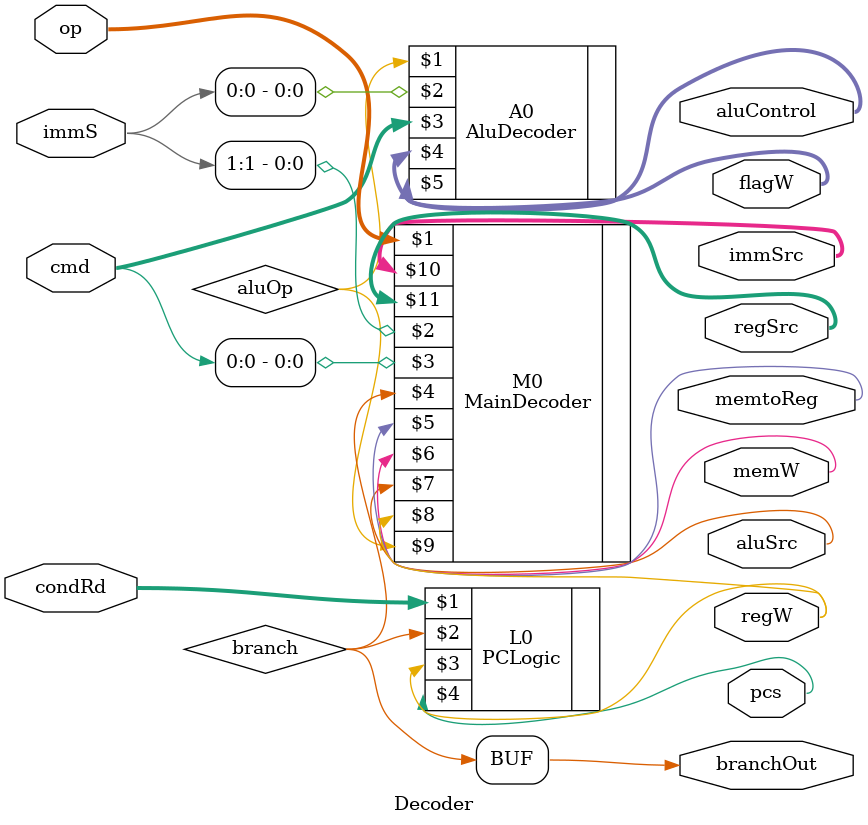
<source format=sv>

module Decoder(input logic [1:0] op, input logic [1:0] immS, input logic [3:0] cmd, input logic [3:0] condRd,
					output logic [1:0] flagW, immSrc, regSrc, output logic [2:0] aluControl, output logic pcs, regW, memW, memtoReg,
					aluSrc, branchOut);
	
	logic branch, aluOp;	
	MainDecoder M0(op, immS[1], cmd[0], 
					branch, memtoReg, memW, aluSrc, regW, aluOp,
					immSrc,  regSrc);
	
	PCLogic L0(condRd, branch, regW, pcs);
	AluDecoder A0(aluOp, immS[0], cmd, aluControl, flagW);
	
	assign branchOut = branch; 
	
endmodule
</source>
